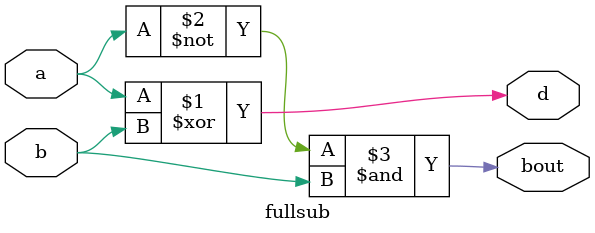
<source format=v>
module fullsub(a,b,bout,d);
input a,b;
output d,bout;
assign d=a^b;
assign bout=~a&b;
endmodule
</source>
